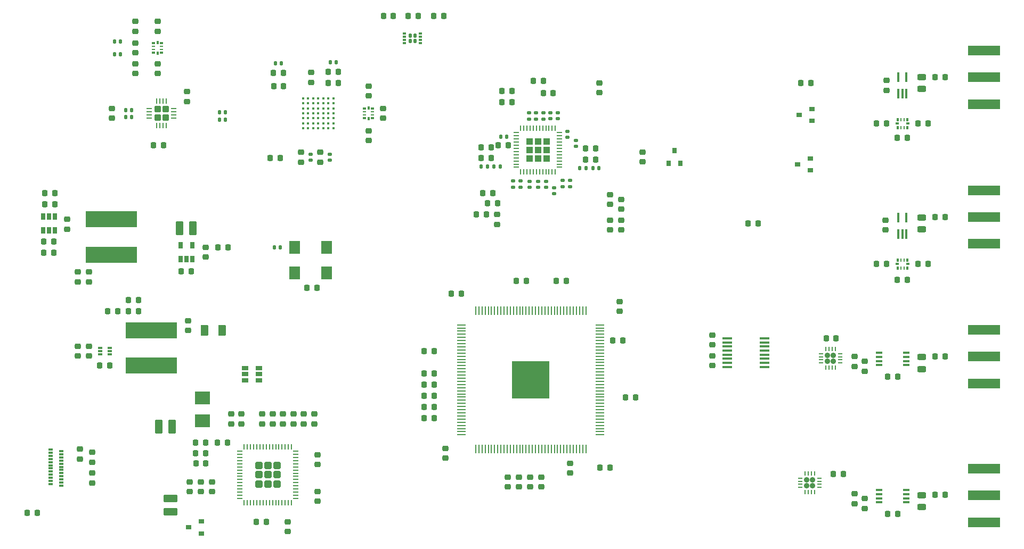
<source format=gbr>
G04 #@! TF.GenerationSoftware,KiCad,Pcbnew,9.0.0-9.0.0-2~ubuntu24.04.1*
G04 #@! TF.CreationDate,2025-03-10T11:02:05+01:00*
G04 #@! TF.ProjectId,Receiver,52656365-6976-4657-922e-6b696361645f,rev?*
G04 #@! TF.SameCoordinates,Original*
G04 #@! TF.FileFunction,Paste,Top*
G04 #@! TF.FilePolarity,Positive*
%FSLAX46Y46*%
G04 Gerber Fmt 4.6, Leading zero omitted, Abs format (unit mm)*
G04 Created by KiCad (PCBNEW 9.0.0-9.0.0-2~ubuntu24.04.1) date 2025-03-10 11:02:05*
%MOMM*%
%LPD*%
G01*
G04 APERTURE LIST*
G04 Aperture macros list*
%AMRoundRect*
0 Rectangle with rounded corners*
0 $1 Rounding radius*
0 $2 $3 $4 $5 $6 $7 $8 $9 X,Y pos of 4 corners*
0 Add a 4 corners polygon primitive as box body*
4,1,4,$2,$3,$4,$5,$6,$7,$8,$9,$2,$3,0*
0 Add four circle primitives for the rounded corners*
1,1,$1+$1,$2,$3*
1,1,$1+$1,$4,$5*
1,1,$1+$1,$6,$7*
1,1,$1+$1,$8,$9*
0 Add four rect primitives between the rounded corners*
20,1,$1+$1,$2,$3,$4,$5,0*
20,1,$1+$1,$4,$5,$6,$7,0*
20,1,$1+$1,$6,$7,$8,$9,0*
20,1,$1+$1,$8,$9,$2,$3,0*%
G04 Aperture macros list end*
%ADD10RoundRect,0.218750X0.256250X-0.218750X0.256250X0.218750X-0.256250X0.218750X-0.256250X-0.218750X0*%
%ADD11RoundRect,0.147500X0.147500X0.172500X-0.147500X0.172500X-0.147500X-0.172500X0.147500X-0.172500X0*%
%ADD12RoundRect,0.218750X-0.256250X0.218750X-0.256250X-0.218750X0.256250X-0.218750X0.256250X0.218750X0*%
%ADD13RoundRect,0.218750X-0.218750X-0.256250X0.218750X-0.256250X0.218750X0.256250X-0.218750X0.256250X0*%
%ADD14RoundRect,0.218750X0.218750X0.256250X-0.218750X0.256250X-0.218750X-0.256250X0.218750X-0.256250X0*%
%ADD15RoundRect,0.140000X0.170000X-0.140000X0.170000X0.140000X-0.170000X0.140000X-0.170000X-0.140000X0*%
%ADD16RoundRect,0.147500X-0.147500X-0.172500X0.147500X-0.172500X0.147500X0.172500X-0.147500X0.172500X0*%
%ADD17R,0.700000X0.300000*%
%ADD18R,8.200000X2.600000*%
%ADD19RoundRect,0.250000X-0.375000X-0.850000X0.375000X-0.850000X0.375000X0.850000X-0.375000X0.850000X0*%
%ADD20RoundRect,0.250000X0.375000X0.625000X-0.375000X0.625000X-0.375000X-0.625000X0.375000X-0.625000X0*%
%ADD21R,1.060000X0.650000*%
%ADD22RoundRect,0.250000X-0.275000X-0.275000X0.275000X-0.275000X0.275000X0.275000X-0.275000X0.275000X0*%
%ADD23RoundRect,0.062500X-0.375000X-0.062500X0.375000X-0.062500X0.375000X0.062500X-0.375000X0.062500X0*%
%ADD24RoundRect,0.062500X-0.062500X-0.375000X0.062500X-0.375000X0.062500X0.375000X-0.062500X0.375000X0*%
%ADD25R,0.575000X0.300000*%
%ADD26R,0.575000X0.250000*%
%ADD27R,0.350000X0.630000*%
%ADD28C,0.400000*%
%ADD29R,0.650000X1.060000*%
%ADD30RoundRect,0.145000X0.145000X0.205000X-0.145000X0.205000X-0.145000X-0.205000X0.145000X-0.205000X0*%
%ADD31RoundRect,0.087500X0.200000X0.087500X-0.200000X0.087500X-0.200000X-0.087500X0.200000X-0.087500X0*%
%ADD32R,1.800000X2.000000*%
%ADD33O,0.250000X1.500000*%
%ADD34O,1.500000X0.250000*%
%ADD35R,6.000000X6.000000*%
%ADD36RoundRect,0.243750X-0.456250X0.243750X-0.456250X-0.243750X0.456250X-0.243750X0.456250X0.243750X0*%
%ADD37R,1.500000X0.450000*%
%ADD38R,1.100000X0.400000*%
%ADD39RoundRect,0.147500X0.172500X-0.147500X0.172500X0.147500X-0.172500X0.147500X-0.172500X-0.147500X0*%
%ADD40RoundRect,0.140000X0.140000X0.170000X-0.140000X0.170000X-0.140000X-0.170000X0.140000X-0.170000X0*%
%ADD41RoundRect,0.140000X-0.170000X0.140000X-0.170000X-0.140000X0.170000X-0.140000X0.170000X0.140000X0*%
%ADD42RoundRect,0.250000X-0.300000X-0.300000X0.300000X-0.300000X0.300000X0.300000X-0.300000X0.300000X0*%
%ADD43RoundRect,0.062500X-0.337500X-0.062500X0.337500X-0.062500X0.337500X0.062500X-0.337500X0.062500X0*%
%ADD44RoundRect,0.062500X-0.062500X-0.337500X0.062500X-0.337500X0.062500X0.337500X-0.062500X0.337500X0*%
%ADD45R,5.080000X1.500000*%
%ADD46R,2.400000X2.000000*%
%ADD47RoundRect,0.250000X0.850000X-0.375000X0.850000X0.375000X-0.850000X0.375000X-0.850000X-0.375000X0*%
%ADD48R,0.900000X0.800000*%
%ADD49RoundRect,0.250000X-0.335000X-0.335000X0.335000X-0.335000X0.335000X0.335000X-0.335000X0.335000X0*%
%ADD50R,0.800000X0.900000*%
%ADD51R,0.300000X0.575000*%
%ADD52R,0.250000X0.575000*%
%ADD53R,0.630000X0.350000*%
%ADD54RoundRect,0.192500X-0.192500X-0.192500X0.192500X-0.192500X0.192500X0.192500X-0.192500X0.192500X0*%
%ADD55RoundRect,0.062500X-0.275000X-0.062500X0.275000X-0.062500X0.275000X0.062500X-0.275000X0.062500X0*%
%ADD56RoundRect,0.062500X-0.062500X-0.275000X0.062500X-0.275000X0.062500X0.275000X-0.062500X0.275000X0*%
%ADD57R,0.400000X1.500000*%
G04 APERTURE END LIST*
D10*
X94234000Y-69494500D03*
X94234000Y-67919500D03*
X94234000Y-76225500D03*
X94234000Y-74650500D03*
D11*
X90147000Y-82042000D03*
X89177000Y-82042000D03*
D12*
X98933000Y-79095500D03*
X98933000Y-80670500D03*
D13*
X93573500Y-87630000D03*
X95148500Y-87630000D03*
D14*
X138201500Y-120396000D03*
X136626500Y-120396000D03*
D15*
X155587700Y-83449100D03*
X155587700Y-82489100D03*
D14*
X146456500Y-98679000D03*
X144881500Y-98679000D03*
D13*
X151231500Y-109220000D03*
X152806500Y-109220000D03*
D12*
X127762000Y-85318500D03*
X127762000Y-86893500D03*
X127762000Y-78206500D03*
X127762000Y-79781500D03*
D14*
X170205500Y-127762000D03*
X168630500Y-127762000D03*
X159156500Y-109220000D03*
X157581500Y-109220000D03*
D13*
X136626500Y-125730000D03*
X138201500Y-125730000D03*
D10*
X159778700Y-139827000D03*
X159778700Y-138252000D03*
D13*
X76301500Y-97028000D03*
X77876500Y-97028000D03*
D12*
X81534000Y-119608500D03*
X81534000Y-121183500D03*
D13*
X98018500Y-107696000D03*
X99593500Y-107696000D03*
X76301500Y-95250000D03*
X77876500Y-95250000D03*
X130139501Y-67053001D03*
X131714501Y-67053001D03*
D14*
X135661500Y-67056000D03*
X134086500Y-67056000D03*
D12*
X79883000Y-99415500D03*
X79883000Y-100990500D03*
D10*
X99060000Y-117119500D03*
X99060000Y-115544500D03*
D12*
X101854000Y-103860500D03*
X101854000Y-105435500D03*
D14*
X139725500Y-67056000D03*
X138150500Y-67056000D03*
D12*
X81534000Y-107797500D03*
X81534000Y-109372500D03*
X83312000Y-107797500D03*
X83312000Y-109372500D03*
X83312000Y-119608500D03*
X83312000Y-121183500D03*
D13*
X85064500Y-122682000D03*
X86639500Y-122682000D03*
D14*
X91211500Y-112268000D03*
X89636500Y-112268000D03*
D11*
X88369000Y-71120000D03*
X87399000Y-71120000D03*
X88369000Y-73152000D03*
X87399000Y-73152000D03*
D12*
X83820000Y-139801500D03*
X83820000Y-141376500D03*
D10*
X83820000Y-138074500D03*
X83820000Y-136499500D03*
D16*
X112799000Y-103886000D03*
X113769000Y-103886000D03*
D17*
X78934000Y-136315000D03*
X78934000Y-136815000D03*
X78934000Y-137315000D03*
X78934000Y-137815000D03*
X78934000Y-138315000D03*
X78934000Y-138815000D03*
X78934000Y-139315000D03*
X78934000Y-139815000D03*
X78934000Y-140315000D03*
X78934000Y-140815000D03*
X78934000Y-141315000D03*
X78934000Y-141815000D03*
X77234000Y-141565000D03*
X77234000Y-141065000D03*
X77234000Y-140565000D03*
X77234000Y-140065000D03*
X77234000Y-139565000D03*
X77234000Y-139065000D03*
X77234000Y-138565000D03*
X77234000Y-138065000D03*
X77234000Y-137565000D03*
X77234000Y-137065000D03*
X77234000Y-136565000D03*
X77234000Y-136065000D03*
D18*
X93218000Y-122688000D03*
X93218000Y-117088000D03*
D19*
X97731000Y-100838000D03*
X99881000Y-100838000D03*
D18*
X86868000Y-99435000D03*
X86868000Y-105035000D03*
D12*
X86995000Y-81762500D03*
X86995000Y-83337500D03*
X90678000Y-71348500D03*
X90678000Y-72923500D03*
D10*
X118618000Y-77622500D03*
X118618000Y-76047500D03*
D14*
X150520500Y-78994000D03*
X148945500Y-78994000D03*
X150520500Y-80772000D03*
X148945500Y-80772000D03*
X155511500Y-77368400D03*
X153936500Y-77368400D03*
D10*
X130048000Y-83337500D03*
X130048000Y-81762500D03*
X155194000Y-142011500D03*
X155194000Y-140436500D03*
D12*
X153416000Y-140436500D03*
X153416000Y-142011500D03*
D10*
X151638000Y-142011500D03*
X151638000Y-140436500D03*
X149860000Y-142011500D03*
X149860000Y-140436500D03*
D13*
X136626500Y-129286000D03*
X138201500Y-129286000D03*
D12*
X81915000Y-135991500D03*
X81915000Y-137566500D03*
D13*
X73507500Y-146177000D03*
X75082500Y-146177000D03*
X136626500Y-131064000D03*
X138201500Y-131064000D03*
X136626500Y-127508000D03*
X138201500Y-127508000D03*
X136626500Y-123952000D03*
X138201500Y-123952000D03*
D14*
X77749500Y-104775000D03*
X76174500Y-104775000D03*
D13*
X76174500Y-102997000D03*
X77749500Y-102997000D03*
D20*
X104524000Y-117094000D03*
X101724000Y-117094000D03*
D14*
X105435500Y-103886000D03*
X103860500Y-103886000D03*
X91211500Y-114046000D03*
X89636500Y-114046000D03*
X87909500Y-114046000D03*
X86334500Y-114046000D03*
D12*
X90678000Y-67919500D03*
X90678000Y-69494500D03*
X90678000Y-74650500D03*
X90678000Y-76225500D03*
D21*
X110320000Y-125029000D03*
X110320000Y-124079000D03*
X110320000Y-123129000D03*
X108120000Y-123129000D03*
X108120000Y-124079000D03*
X108120000Y-125029000D03*
D22*
X94219000Y-81900000D03*
X94219000Y-83200000D03*
X95519000Y-81900000D03*
X95519000Y-83200000D03*
D23*
X92931500Y-81800000D03*
X92931500Y-82300000D03*
X92931500Y-82800000D03*
X92931500Y-83300000D03*
D24*
X94119000Y-84487500D03*
X94619000Y-84487500D03*
X95119000Y-84487500D03*
X95619000Y-84487500D03*
D23*
X96806500Y-83300000D03*
X96806500Y-82800000D03*
X96806500Y-82300000D03*
X96806500Y-81800000D03*
D24*
X95619000Y-80612500D03*
X95119000Y-80612500D03*
X94619000Y-80612500D03*
X94119000Y-80612500D03*
D25*
X93596500Y-71386000D03*
D26*
X93596500Y-71886000D03*
X93596500Y-72386000D03*
D25*
X93596500Y-72886000D03*
D27*
X94234000Y-72996000D03*
D25*
X94871500Y-72886000D03*
D26*
X94871500Y-72386000D03*
X94871500Y-71886000D03*
D25*
X94871500Y-71386000D03*
D27*
X94234000Y-71276000D03*
D28*
X122161000Y-80150000D03*
X122161000Y-80950000D03*
X122161000Y-81750000D03*
X122161000Y-82550000D03*
X122161000Y-83350000D03*
X122161000Y-84150000D03*
X122161000Y-84950000D03*
X121361000Y-80150000D03*
X121361000Y-80950000D03*
X121361000Y-81750000D03*
X121361000Y-82550000D03*
X121361000Y-83350000D03*
X121361000Y-84150000D03*
X121361000Y-84950000D03*
X120561000Y-80150000D03*
X120561000Y-80950000D03*
X120561000Y-81750000D03*
X120561000Y-82550000D03*
X120561000Y-83350000D03*
X120561000Y-84150000D03*
X120561000Y-84950000D03*
X119761000Y-80150000D03*
X119761000Y-80950000D03*
X119761000Y-81750000D03*
X119761000Y-82550000D03*
X119761000Y-83350000D03*
X119761000Y-84150000D03*
X119761000Y-84950000D03*
X118961000Y-80150000D03*
X118961000Y-80950000D03*
X118961000Y-81750000D03*
X118961000Y-82550000D03*
X118961000Y-83350000D03*
X118961000Y-84150000D03*
X118961000Y-84950000D03*
X118161000Y-80150000D03*
X118161000Y-80950000D03*
X118161000Y-81750000D03*
X118161000Y-82550000D03*
X118161000Y-83350000D03*
X118161000Y-84150000D03*
X118161000Y-84950000D03*
X117361000Y-80150000D03*
X117361000Y-80950000D03*
X117361000Y-81750000D03*
X117361000Y-82550000D03*
X117361000Y-83350000D03*
X117361000Y-84150000D03*
X117361000Y-84950000D03*
D17*
X85102000Y-119896000D03*
X85102000Y-120396000D03*
X85102000Y-120896000D03*
X86602000Y-120896000D03*
X86602000Y-120396000D03*
X86602000Y-119896000D03*
D29*
X97856000Y-105748000D03*
X98806000Y-105748000D03*
X99756000Y-105748000D03*
X99756000Y-103548000D03*
X97856000Y-103548000D03*
X77912000Y-98976000D03*
X76962000Y-98976000D03*
X76012000Y-98976000D03*
X76012000Y-101176000D03*
X76962000Y-101176000D03*
X77912000Y-101176000D03*
D30*
X135112000Y-71047000D03*
X135112000Y-70177000D03*
X134382000Y-71047000D03*
X134382000Y-70177000D03*
D31*
X136034500Y-71362000D03*
X136034500Y-70862000D03*
X136034500Y-70362000D03*
X136034500Y-69862000D03*
X133459500Y-69862000D03*
X133459500Y-70362000D03*
X133459500Y-70862000D03*
X133459500Y-71362000D03*
D32*
X116014500Y-107918000D03*
X121094500Y-107918000D03*
X121094500Y-103918000D03*
X116014500Y-103918000D03*
D33*
X144793000Y-135968000D03*
X145293000Y-135968000D03*
X145793000Y-135968000D03*
X146293000Y-135968000D03*
X146793000Y-135968000D03*
X147293000Y-135968000D03*
X147793000Y-135968000D03*
X148293000Y-135968000D03*
X148793000Y-135968000D03*
X149293000Y-135968000D03*
X149793000Y-135968000D03*
X150293000Y-135968000D03*
X150793000Y-135968000D03*
X151293000Y-135968000D03*
X151793000Y-135968000D03*
X152293000Y-135968000D03*
X152793000Y-135968000D03*
X153293000Y-135968000D03*
X153793000Y-135968000D03*
X154293000Y-135968000D03*
X154793000Y-135968000D03*
X155293000Y-135968000D03*
X155793000Y-135968000D03*
X156293000Y-135968000D03*
X156793000Y-135968000D03*
X157293000Y-135968000D03*
X157793000Y-135968000D03*
X158293000Y-135968000D03*
X158793000Y-135968000D03*
X159293000Y-135968000D03*
X159793000Y-135968000D03*
X160293000Y-135968000D03*
X160793000Y-135968000D03*
X161293000Y-135968000D03*
X161793000Y-135968000D03*
X162293000Y-135968000D03*
D34*
X164543000Y-133718000D03*
X164543000Y-133218000D03*
X164543000Y-132718000D03*
X164543000Y-132218000D03*
X164543000Y-131718000D03*
X164543000Y-131218000D03*
X164543000Y-130718000D03*
X164543000Y-130218000D03*
X164543000Y-129718000D03*
X164543000Y-129218000D03*
X164543000Y-128718000D03*
X164543000Y-128218000D03*
X164543000Y-127718000D03*
X164543000Y-127218000D03*
X164543000Y-126718000D03*
X164543000Y-126218000D03*
X164543000Y-125718000D03*
X164543000Y-125218000D03*
X164543000Y-124718000D03*
X164543000Y-124218000D03*
X164543000Y-123718000D03*
X164543000Y-123218000D03*
X164543000Y-122718000D03*
X164543000Y-122218000D03*
X164543000Y-121718000D03*
X164543000Y-121218000D03*
X164543000Y-120718000D03*
X164543000Y-120218000D03*
X164543000Y-119718000D03*
X164543000Y-119218000D03*
X164543000Y-118718000D03*
X164543000Y-118218000D03*
X164543000Y-117718000D03*
X164543000Y-117218000D03*
X164543000Y-116718000D03*
X164543000Y-116218000D03*
D33*
X162293000Y-113968000D03*
X161793000Y-113968000D03*
X161293000Y-113968000D03*
X160793000Y-113968000D03*
X160293000Y-113968000D03*
X159793000Y-113968000D03*
X159293000Y-113968000D03*
X158793000Y-113968000D03*
X158293000Y-113968000D03*
X157793000Y-113968000D03*
X157293000Y-113968000D03*
X156793000Y-113968000D03*
X156293000Y-113968000D03*
X155793000Y-113968000D03*
X155293000Y-113968000D03*
X154793000Y-113968000D03*
X154293000Y-113968000D03*
X153793000Y-113968000D03*
X153293000Y-113968000D03*
X152793000Y-113968000D03*
X152293000Y-113968000D03*
X151793000Y-113968000D03*
X151293000Y-113968000D03*
X150793000Y-113968000D03*
X150293000Y-113968000D03*
X149793000Y-113968000D03*
X149293000Y-113968000D03*
X148793000Y-113968000D03*
X148293000Y-113968000D03*
X147793000Y-113968000D03*
X147293000Y-113968000D03*
X146793000Y-113968000D03*
X146293000Y-113968000D03*
X145793000Y-113968000D03*
X145293000Y-113968000D03*
X144793000Y-113968000D03*
D34*
X142543000Y-116218000D03*
X142543000Y-116718000D03*
X142543000Y-117218000D03*
X142543000Y-117718000D03*
X142543000Y-118218000D03*
X142543000Y-118718000D03*
X142543000Y-119218000D03*
X142543000Y-119718000D03*
X142543000Y-120218000D03*
X142543000Y-120718000D03*
X142543000Y-121218000D03*
X142543000Y-121718000D03*
X142543000Y-122218000D03*
X142543000Y-122718000D03*
X142543000Y-123218000D03*
X142543000Y-123718000D03*
X142543000Y-124218000D03*
X142543000Y-124718000D03*
X142543000Y-125218000D03*
X142543000Y-125718000D03*
X142543000Y-126218000D03*
X142543000Y-126718000D03*
X142543000Y-127218000D03*
X142543000Y-127718000D03*
X142543000Y-128218000D03*
X142543000Y-128718000D03*
X142543000Y-129218000D03*
X142543000Y-129718000D03*
X142543000Y-130218000D03*
X142543000Y-130718000D03*
X142543000Y-131218000D03*
X142543000Y-131718000D03*
X142543000Y-132218000D03*
X142543000Y-132718000D03*
X142543000Y-133218000D03*
X142543000Y-133718000D03*
D35*
X153543000Y-124968000D03*
D11*
X162310800Y-91300300D03*
X161340800Y-91300300D03*
D13*
X210286500Y-146304000D03*
X211861500Y-146304000D03*
D12*
X182372000Y-121132500D03*
X182372000Y-122707500D03*
D14*
X219354500Y-143256000D03*
X217779500Y-143256000D03*
D36*
X215646000Y-143334500D03*
X215646000Y-145209500D03*
X215646000Y-99138500D03*
X215646000Y-101013500D03*
D37*
X184756000Y-118375000D03*
X184756000Y-119025000D03*
X184756000Y-119675000D03*
X184756000Y-120325000D03*
X184756000Y-120975000D03*
X184756000Y-121625000D03*
X184756000Y-122275000D03*
X184756000Y-122925000D03*
X190656000Y-122925000D03*
X190656000Y-122275000D03*
X190656000Y-121625000D03*
X190656000Y-120975000D03*
X190656000Y-120325000D03*
X190656000Y-119675000D03*
X190656000Y-119025000D03*
X190656000Y-118375000D03*
D13*
X201650500Y-139954000D03*
X203225500Y-139954000D03*
D12*
X182372000Y-117830500D03*
X182372000Y-119405500D03*
X209931000Y-99542500D03*
X209931000Y-101117500D03*
D38*
X208924000Y-142535000D03*
X208924000Y-143185000D03*
X208924000Y-143835000D03*
X208924000Y-144485000D03*
X213224000Y-144485000D03*
X213224000Y-143835000D03*
X213224000Y-143185000D03*
X213224000Y-142535000D03*
D12*
X117068600Y-88747500D03*
X117068600Y-90322500D03*
D10*
X139954000Y-137439500D03*
X139954000Y-135864500D03*
D39*
X121640600Y-90007999D03*
X121640600Y-89037999D03*
D14*
X113690500Y-89662000D03*
X112115500Y-89662000D03*
D16*
X112926000Y-74574400D03*
X113896000Y-74574400D03*
D40*
X164345500Y-91300300D03*
X163385500Y-91300300D03*
D14*
X142519500Y-111252000D03*
X140944500Y-111252000D03*
D12*
X167640000Y-112496500D03*
X167640000Y-114071500D03*
D13*
X164566500Y-138938000D03*
X166141500Y-138938000D03*
X112649000Y-76098400D03*
X114224000Y-76098400D03*
D41*
X160680400Y-86835100D03*
X160680400Y-87795100D03*
D10*
X120116600Y-90322500D03*
X120116600Y-88747500D03*
X164465000Y-79273500D03*
X164465000Y-77698500D03*
D13*
X162280500Y-89916000D03*
X163855500Y-89916000D03*
D11*
X122659000Y-74422000D03*
X121689000Y-74422000D03*
D13*
X121386500Y-77724000D03*
X122961500Y-77724000D03*
D14*
X122961500Y-75946000D03*
X121386500Y-75946000D03*
D39*
X118592600Y-90020000D03*
X118592600Y-89050000D03*
D42*
X153316000Y-87022000D03*
X153316000Y-88392000D03*
X153316000Y-89762000D03*
X154686000Y-87022000D03*
X154686000Y-88392000D03*
X154686000Y-89762000D03*
X156056000Y-87022000D03*
X156056000Y-88392000D03*
X156056000Y-89762000D03*
D43*
X151236000Y-85642000D03*
X151236000Y-86142000D03*
X151236000Y-86642000D03*
X151236000Y-87142000D03*
X151236000Y-87642000D03*
X151236000Y-88142000D03*
X151236000Y-88642000D03*
X151236000Y-89142000D03*
X151236000Y-89642000D03*
X151236000Y-90142000D03*
X151236000Y-90642000D03*
X151236000Y-91142000D03*
D44*
X151936000Y-91842000D03*
X152436000Y-91842000D03*
X152936000Y-91842000D03*
X153436000Y-91842000D03*
X153936000Y-91842000D03*
X154436000Y-91842000D03*
X154936000Y-91842000D03*
X155436000Y-91842000D03*
X155936000Y-91842000D03*
X156436000Y-91842000D03*
X156936000Y-91842000D03*
X157436000Y-91842000D03*
D43*
X158136000Y-91142000D03*
X158136000Y-90642000D03*
X158136000Y-90142000D03*
X158136000Y-89642000D03*
X158136000Y-89142000D03*
X158136000Y-88642000D03*
X158136000Y-88142000D03*
X158136000Y-87642000D03*
X158136000Y-87142000D03*
X158136000Y-86642000D03*
X158136000Y-86142000D03*
X158136000Y-85642000D03*
D44*
X157436000Y-84942000D03*
X156936000Y-84942000D03*
X156436000Y-84942000D03*
X155936000Y-84942000D03*
X155436000Y-84942000D03*
X154936000Y-84942000D03*
X154436000Y-84942000D03*
X153936000Y-84942000D03*
X153436000Y-84942000D03*
X152936000Y-84942000D03*
X152436000Y-84942000D03*
X151936000Y-84942000D03*
D13*
X117957500Y-110363000D03*
X119532500Y-110363000D03*
D25*
X128399500Y-83300000D03*
D26*
X128399500Y-82800000D03*
X128399500Y-82300000D03*
D25*
X128399500Y-81800000D03*
D27*
X127762000Y-81690000D03*
D25*
X127124500Y-81800000D03*
D26*
X127124500Y-82300000D03*
X127124500Y-82800000D03*
D25*
X127124500Y-83300000D03*
D27*
X127762000Y-83410000D03*
D13*
X155536900Y-79324200D03*
X157111900Y-79324200D03*
X162280500Y-88138000D03*
X163855500Y-88138000D03*
D45*
X225552000Y-143383000D03*
X225552000Y-139133000D03*
X225552000Y-147633000D03*
D14*
X219354500Y-99060000D03*
X217779500Y-99060000D03*
X101879500Y-135001000D03*
X100304500Y-135001000D03*
D13*
X103733500Y-135001000D03*
X105308500Y-135001000D03*
D46*
X101346000Y-127817000D03*
X101346000Y-131517000D03*
D10*
X114173000Y-131978500D03*
X114173000Y-130403500D03*
D47*
X96266000Y-145982000D03*
X96266000Y-143832000D03*
D10*
X117475000Y-131978500D03*
X117475000Y-130403500D03*
D12*
X112522000Y-130403500D03*
X112522000Y-131978500D03*
D10*
X107569000Y-131978500D03*
X107569000Y-130403500D03*
X119126000Y-131978500D03*
X119126000Y-130403500D03*
X105918000Y-131978500D03*
X105918000Y-130403500D03*
D12*
X114935000Y-147548500D03*
X114935000Y-149123500D03*
D19*
X94429000Y-132461000D03*
X96579000Y-132461000D03*
D14*
X101905000Y-138303000D03*
X100330000Y-138303000D03*
D12*
X119634000Y-142722500D03*
X119634000Y-144297500D03*
X102870000Y-141198500D03*
X102870000Y-142773500D03*
D10*
X115824000Y-131978500D03*
X115824000Y-130403500D03*
X110871000Y-131978500D03*
X110871000Y-130403500D03*
D14*
X101879500Y-136652000D03*
X100304500Y-136652000D03*
D12*
X101092000Y-141198500D03*
X101092000Y-142773500D03*
D48*
X101203000Y-149413000D03*
X101203000Y-147513000D03*
X99203000Y-148463000D03*
D13*
X109956500Y-147574000D03*
X111531500Y-147574000D03*
D49*
X110310000Y-138631000D03*
X110310000Y-140081000D03*
X110310000Y-141531000D03*
X111760000Y-138631000D03*
X111760000Y-140081000D03*
X111760000Y-141531000D03*
X113210000Y-138631000D03*
X113210000Y-140081000D03*
X113210000Y-141531000D03*
D43*
X107310000Y-136331000D03*
X107310000Y-136831000D03*
X107310000Y-137331000D03*
X107310000Y-137831000D03*
X107310000Y-138331000D03*
X107310000Y-138831000D03*
X107310000Y-139331000D03*
X107310000Y-139831000D03*
X107310000Y-140331000D03*
X107310000Y-140831000D03*
X107310000Y-141331000D03*
X107310000Y-141831000D03*
X107310000Y-142331000D03*
X107310000Y-142831000D03*
X107310000Y-143331000D03*
X107310000Y-143831000D03*
D44*
X108010000Y-144531000D03*
X108510000Y-144531000D03*
X109010000Y-144531000D03*
X109510000Y-144531000D03*
X110010000Y-144531000D03*
X110510000Y-144531000D03*
X111010000Y-144531000D03*
X111510000Y-144531000D03*
X112010000Y-144531000D03*
X112510000Y-144531000D03*
X113010000Y-144531000D03*
X113510000Y-144531000D03*
X114010000Y-144531000D03*
X114510000Y-144531000D03*
X115010000Y-144531000D03*
X115510000Y-144531000D03*
D43*
X116210000Y-143831000D03*
X116210000Y-143331000D03*
X116210000Y-142831000D03*
X116210000Y-142331000D03*
X116210000Y-141831000D03*
X116210000Y-141331000D03*
X116210000Y-140831000D03*
X116210000Y-140331000D03*
X116210000Y-139831000D03*
X116210000Y-139331000D03*
X116210000Y-138831000D03*
X116210000Y-138331000D03*
X116210000Y-137831000D03*
X116210000Y-137331000D03*
X116210000Y-136831000D03*
X116210000Y-136331000D03*
D44*
X115510000Y-135631000D03*
X115010000Y-135631000D03*
X114510000Y-135631000D03*
X114010000Y-135631000D03*
X113510000Y-135631000D03*
X113010000Y-135631000D03*
X112510000Y-135631000D03*
X112010000Y-135631000D03*
X111510000Y-135631000D03*
X111010000Y-135631000D03*
X110510000Y-135631000D03*
X110010000Y-135631000D03*
X109510000Y-135631000D03*
X109010000Y-135631000D03*
X108510000Y-135631000D03*
X108010000Y-135631000D03*
D10*
X119634000Y-138455500D03*
X119634000Y-136880500D03*
D12*
X99314000Y-141198500D03*
X99314000Y-142773500D03*
D15*
X150698200Y-94282200D03*
X150698200Y-93322200D03*
D41*
X153390600Y-93347600D03*
X153390600Y-94307600D03*
D39*
X154673300Y-94327700D03*
X154673300Y-93357700D03*
X151892000Y-94299900D03*
X151892000Y-93329900D03*
X155943300Y-94327700D03*
X155943300Y-93357700D03*
X158610300Y-94223700D03*
X158610300Y-93253700D03*
D12*
X167894000Y-99542500D03*
X167894000Y-101117500D03*
D10*
X167894000Y-97815500D03*
X167894000Y-96240500D03*
X166116000Y-101117500D03*
X166116000Y-99542500D03*
X166116000Y-97053500D03*
X166116000Y-95478500D03*
D16*
X147696200Y-90995500D03*
X148666200Y-90995500D03*
D14*
X147218500Y-88011000D03*
X145643500Y-88011000D03*
X147218500Y-89662000D03*
X145643500Y-89662000D03*
X147472500Y-95250000D03*
X145897500Y-95250000D03*
D10*
X148209000Y-100228500D03*
X148209000Y-98653500D03*
D11*
X105006000Y-83566000D03*
X104036000Y-83566000D03*
X105006000Y-82423000D03*
X104036000Y-82423000D03*
D14*
X148234500Y-96901000D03*
X146659500Y-96901000D03*
X189636500Y-100076000D03*
X188061500Y-100076000D03*
D10*
X171307000Y-90286500D03*
X171307000Y-88711500D03*
D50*
X175437000Y-90499000D03*
X177337000Y-90499000D03*
X176387000Y-88499000D03*
D48*
X198231000Y-83754000D03*
X198231000Y-81854000D03*
X196231000Y-82804000D03*
X197941000Y-91644000D03*
X197941000Y-89744000D03*
X195941000Y-90694000D03*
D45*
X225552000Y-99060000D03*
X225552000Y-94810000D03*
X225552000Y-103310000D03*
D14*
X216687500Y-84201000D03*
X215112500Y-84201000D03*
D12*
X210058000Y-77317500D03*
X210058000Y-78892500D03*
D13*
X210286500Y-124460000D03*
X211861500Y-124460000D03*
D36*
X215646000Y-76786500D03*
X215646000Y-78661500D03*
X215646000Y-121363500D03*
X215646000Y-123238500D03*
D45*
X225552000Y-76835000D03*
X225552000Y-72585000D03*
X225552000Y-81085000D03*
D13*
X211810500Y-86487000D03*
X213385500Y-86487000D03*
D14*
X219354500Y-76835000D03*
X217779500Y-76835000D03*
D10*
X204978000Y-122834500D03*
X204978000Y-121259500D03*
D14*
X219354500Y-121285000D03*
X217779500Y-121285000D03*
D51*
X211848000Y-84838500D03*
D52*
X212348000Y-84838500D03*
X212848000Y-84838500D03*
D51*
X213348000Y-84838500D03*
D53*
X213458000Y-84201000D03*
D51*
X213348000Y-83563500D03*
D52*
X212848000Y-83563500D03*
X212348000Y-83563500D03*
D51*
X211848000Y-83563500D03*
D53*
X211738000Y-84201000D03*
D38*
X208924000Y-120691000D03*
X208924000Y-121341000D03*
X208924000Y-121991000D03*
X208924000Y-122641000D03*
X213224000Y-122641000D03*
X213224000Y-121991000D03*
X213224000Y-121341000D03*
X213224000Y-120691000D03*
D16*
X89177000Y-83185000D03*
X90147000Y-83185000D03*
D54*
X197391000Y-140876000D03*
X197391000Y-141826000D03*
X198341000Y-140876000D03*
X198341000Y-141826000D03*
D55*
X196353500Y-140601000D03*
X196353500Y-141101000D03*
X196353500Y-141601000D03*
X196353500Y-142101000D03*
D56*
X197116000Y-142863500D03*
X197616000Y-142863500D03*
X198116000Y-142863500D03*
X198616000Y-142863500D03*
D55*
X199378500Y-142101000D03*
X199378500Y-141601000D03*
X199378500Y-141101000D03*
X199378500Y-140601000D03*
D56*
X198616000Y-139838500D03*
X198116000Y-139838500D03*
X197616000Y-139838500D03*
X197116000Y-139838500D03*
D45*
X225552000Y-121285000D03*
X225552000Y-117035000D03*
X225552000Y-125535000D03*
D14*
X198018500Y-77724000D03*
X196443500Y-77724000D03*
D10*
X206629000Y-145440500D03*
X206629000Y-143865500D03*
X206629000Y-123596500D03*
X206629000Y-122021500D03*
X204978000Y-144678500D03*
X204978000Y-143103500D03*
D57*
X211948000Y-79435000D03*
X212598000Y-79435000D03*
X213248000Y-79435000D03*
X213248000Y-76775000D03*
X211948000Y-76775000D03*
D14*
X210083500Y-84201000D03*
X208508500Y-84201000D03*
D57*
X211948000Y-101787000D03*
X212598000Y-101787000D03*
X213248000Y-101787000D03*
X213248000Y-99127000D03*
X211948000Y-99127000D03*
D14*
X210083500Y-106553000D03*
X208508500Y-106553000D03*
X216687500Y-106553000D03*
X215112500Y-106553000D03*
D51*
X211848000Y-107190500D03*
D52*
X212348000Y-107190500D03*
X212848000Y-107190500D03*
D51*
X213348000Y-107190500D03*
D53*
X213458000Y-106553000D03*
D51*
X213348000Y-105915500D03*
D52*
X212848000Y-105915500D03*
X212348000Y-105915500D03*
D51*
X211848000Y-105915500D03*
D53*
X211738000Y-106553000D03*
D13*
X211810500Y-109093000D03*
X213385500Y-109093000D03*
D54*
X200693000Y-121064000D03*
X200693000Y-122014000D03*
X201643000Y-121064000D03*
X201643000Y-122014000D03*
D55*
X199655500Y-120789000D03*
X199655500Y-121289000D03*
X199655500Y-121789000D03*
X199655500Y-122289000D03*
D56*
X200418000Y-123051500D03*
X200918000Y-123051500D03*
X201418000Y-123051500D03*
X201918000Y-123051500D03*
D55*
X202680500Y-122289000D03*
X202680500Y-121789000D03*
X202680500Y-121289000D03*
X202680500Y-120789000D03*
D56*
X201918000Y-120026500D03*
X201418000Y-120026500D03*
X200918000Y-120026500D03*
X200418000Y-120026500D03*
D14*
X202057000Y-118364000D03*
X200482000Y-118364000D03*
D15*
X153276300Y-83461800D03*
X153276300Y-82501800D03*
X154393900Y-83449100D03*
X154393900Y-82489100D03*
X156692600Y-83436400D03*
X156692600Y-82476400D03*
D41*
X159334200Y-85435500D03*
X159334200Y-86395500D03*
X157822900Y-82476400D03*
X157822900Y-83436400D03*
X157226000Y-94363600D03*
X157226000Y-95323600D03*
X159791400Y-93258700D03*
X159791400Y-94218700D03*
D40*
X146631600Y-90982800D03*
X145671600Y-90982800D03*
X149717700Y-86309200D03*
X148757700Y-86309200D03*
D14*
X149936300Y-87668100D03*
X148361300Y-87668100D03*
D13*
X166560500Y-118732300D03*
X168135500Y-118732300D03*
D14*
X114249300Y-78206600D03*
X112674300Y-78206600D03*
M02*

</source>
